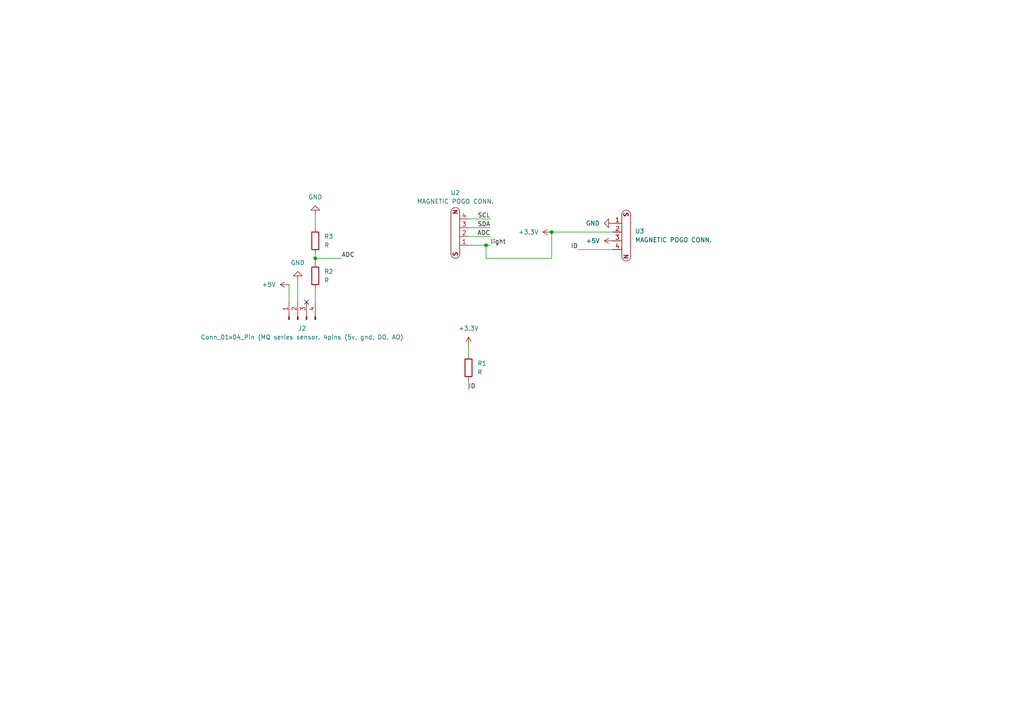
<source format=kicad_sch>
(kicad_sch (version 20250114) (generator "eeschema") (generator_version "9.0")
  (paper "A4")
  (lib_symbols
    (symbol "Connector:Conn_01x04_Pin" (pin_names (offset 1.016) (hide yes))
      (property "Reference" "J" (at 0 5.08 0))
      (property "Value" "Conn_01x04_Pin" (at 0 -7.62 0))
      (symbol "Conn_01x04_Pin_1_1"
        (rectangle (start 0.8636 2.667) (end 0 2.413) (stroke (width 0.1524)) (fill (type outline)))
        (rectangle (start 0.8636 0.127) (end 0 -0.127) (stroke (width 0.1524)) (fill (type outline)))
        (rectangle (start 0.8636 -2.413) (end 0 -2.667) (stroke (width 0.1524)) (fill (type outline)))
        (rectangle (start 0.8636 -4.953) (end 0 -5.207) (stroke (width 0.1524)) (fill (type outline)))
        (polyline (pts (xy 1.27 2.54) (xy 0.8636 2.54)) (stroke (width 0.1524)))
        (polyline (pts (xy 1.27 0) (xy 0.8636 0)) (stroke (width 0.1524)))
        (polyline (pts (xy 1.27 -2.54) (xy 0.8636 -2.54)) (stroke (width 0.1524)))
        (polyline (pts (xy 1.27 -5.08) (xy 0.8636 -5.08)) (stroke (width 0.1524)))
        (pin passive line (at 5.08 2.54 180) (length 3.81) (name "Pin_1") (number "1"))
        (pin passive line (at 5.08 0 180) (length 3.81) (name "Pin_2") (number "2"))
        (pin passive line (at 5.08 -2.54 180) (length 3.81) (name "Pin_3") (number "3"))
        (pin passive line (at 5.08 -5.08 180) (length 3.81) (name "Pin_4") (number "4"))
      )
    )
    (symbol "Device:R" (pin_numbers (hide yes)) (pin_names (offset 0))
      (property "Reference" "R" (at 2.032 0 90))
      (property "Value" "R" (at 0 0 90))
      (symbol "R_0_1"
        (rectangle (start -1.016 -2.54) (end 1.016 2.54) (stroke (width 0.254)))
      )
      (symbol "R_1_1"
        (pin passive line (at 0 3.81 270) (length 1.27) (name "~") (number "1"))
        (pin passive line (at 0 -3.81 90) (length 1.27) (name "~") (number "2"))
      )
    )
    (symbol "magnetic_pogo_conn.:MAGNETIC_POGO_CONN."
      (property "Reference" "U" (at 0.508 4.826 0))
      (property "Value" "MAGNETIC POGO CONN." (at 0.508 2.54 0))
      (symbol "MAGNETIC_POGO_CONN._1_1"
        (rectangle (start -5.08 1.2954) (end 7.112 1.27) (fill (type background)))
        (arc (start -5.08 -1.27) (mid -6.35 0) (end -5.08 1.27))
        (rectangle (start -5.08 -1.2446) (end 7.112 -1.27) (fill (type background)))
        (arc (start 7.112 1.27) (mid 8.382 0) (end 7.112 -1.27))
        (text "S" (at -5.08 0 0) (effects (font (size 1.27 1.27) (thickness 0.254) (bold yes))))
        (text "N" (at 7.112 0 0) (effects (font (size 1.27 1.27) (thickness 0.254) (bold yes))))
        (pin bidirectional line (at -2.54 -3.81 90) (length 2.54) (name "") (number "1"))
        (pin bidirectional line (at 0 -3.81 90) (length 2.54) (name "") (number "2"))
        (pin bidirectional line (at 2.54 -3.81 90) (length 2.54) (name "") (number "3"))
        (pin bidirectional line (at 5.08 -3.81 90) (length 2.54) (name "") (number "4"))
      )
    )
    (symbol "power:+3.3V" (power) (pin_numbers (hide yes)) (pin_names (offset 0) (hide yes))
      (property "Value" "+3.3V" (at 0 3.556 0))
      (symbol "+3.3V_0_1"
        (polyline (pts (xy -0.762 1.27) (xy 0 2.54)))
        (polyline (pts (xy 0 2.54) (xy 0.762 1.27)))
        (polyline (pts (xy 0 0) (xy 0 2.54)))
      )
      (symbol "+3.3V_1_1"
        (pin power_in line (at 0 0 90) (length 0) (name "~") (number "1"))
      )
    )
    (symbol "power:+5V" (power) (pin_numbers (hide yes)) (pin_names (offset 0) (hide yes))
      (property "Value" "+5V" (at 0 3.556 0))
      (symbol "+5V_0_1"
        (polyline (pts (xy -0.762 1.27) (xy 0 2.54)))
        (polyline (pts (xy 0 2.54) (xy 0.762 1.27)))
        (polyline (pts (xy 0 0) (xy 0 2.54)))
      )
      (symbol "+5V_1_1"
        (pin power_in line (at 0 0 90) (length 0) (name "~") (number "1"))
      )
    )
    (symbol "power:GND" (power) (pin_numbers (hide yes)) (pin_names (offset 0) (hide yes))
      (property "Value" "GND" (at 0 -3.81 0))
      (symbol "GND_0_1"
        (polyline (pts (xy 0 0) (xy 0 -1.27) (xy 1.27 -1.27) (xy 0 -2.54) (xy -1.27 -1.27) (xy 0 -1.27)))
      )
      (symbol "GND_1_1"
        (pin power_in line (at 0 0 270) (length 0) (name "~") (number "1"))
      )
    )
  )
  (junction (at 140.97 71.12))
  (junction (at 91.44 74.93))
  (junction (at 160.02 67.31))
  (no_connect (at 88.9 87.63))
  (wire (pts (xy 135.89 113.03) (xy 135.89 110.49)))
  (wire (pts (xy 167.64 72.39) (xy 177.8 72.39)))
  (wire (pts (xy 86.36 81.28) (xy 86.36 87.63)))
  (wire (pts (xy 91.44 62.23) (xy 91.44 66.04)))
  (wire (pts (xy 160.02 67.31) (xy 160.02 74.93)))
  (wire (pts (xy 91.44 83.82) (xy 91.44 87.63)))
  (wire (pts (xy 91.44 74.93) (xy 99.06 74.93)))
  (wire (pts (xy 142.24 63.5) (xy 135.89 63.5)))
  (wire (pts (xy 160.02 74.93) (xy 140.97 74.93)))
  (wire (pts (xy 140.97 74.93) (xy 140.97 71.12)))
  (wire (pts (xy 83.82 82.55) (xy 83.82 87.63)))
  (wire (pts (xy 142.24 66.04) (xy 135.89 66.04)))
  (wire (pts (xy 91.44 74.93) (xy 91.44 76.2)))
  (wire (pts (xy 135.89 100.33) (xy 135.89 102.87)))
  (wire (pts (xy 91.44 73.66) (xy 91.44 74.93)))
  (wire (pts (xy 142.24 68.58) (xy 135.89 68.58)))
  (wire (pts (xy 135.89 71.12) (xy 140.97 71.12)))
  (wire (pts (xy 140.97 71.12) (xy 142.24 71.12)))
  (wire (pts (xy 160.02 67.31) (xy 177.8 67.31)))
  (label "light" (at 142.24 71.12 0))
  (label "ID" (at 167.64 72.39 180))
  (label "ADC" (at 99.06 74.93 0))
  (label "SDA" (at 142.24 66.04 180))
  (label "ID" (at 135.89 113.03 0))
  (label "SCL" (at 142.24 63.5 180))
  (label "ADC" (at 142.24 68.58 180))
  (symbol (lib_id "power:+3.3V") (at 160.02 67.31 90) (unit 1)
    (property "Reference" "#PWR08" (effects (hide yes)))
    (property "Value" "+3.3V" (at 156.21 67.3099 90) (effects (justify left)))
    (property "Description" "Power symbol creates a global label with name \"+3.3V\"" (effects (hide yes)))
  )
  (symbol (lib_id "power:GND") (at 177.8 64.77 270) (unit 1)
    (property "Reference" "#PWR010" (effects (hide yes)))
    (property "Value" "GND" (at 173.99 64.7699 90) (effects (justify right)))
    (property "Description" "Power symbol creates a global label with name \"GND\" , ground" (effects (hide yes)))
  )
  (symbol (lib_id "Device:R") (at 91.44 69.85 0) (unit 1)
    (property "Reference" "R3" (at 93.98 68.5799 0) (effects (justify left)))
    (property "Value" "R" (at 93.98 71.1199 0) (effects (justify left)))
    (property "Footprint" "Resistor_SMD:R_0805_2012Metric" (effects (hide yes)))
    (property "Description" "Resistor" (effects (hide yes)))
  )
  (symbol (lib_id "power:+3.3V") (at 135.89 100.33 0) (unit 1)
    (property "Reference" "#PWR02" (effects (hide yes)))
    (property "Value" "+3.3V" (at 135.89 95.25 0))
    (property "Description" "Power symbol creates a global label with name \"+3.3V\"" (effects (hide yes)))
  )
  (symbol (lib_id "magnetic_pogo_conn.:MAGNETIC_POGO_CONN.") (at 181.61 67.31 270) (unit 1)
    (property "Reference" "U3" (at 184.15 67.0559 90) (effects (justify left)))
    (property "Value" "MAGNETIC POGO CONN." (at 184.15 69.5959 90) (effects (justify left)))
    (property "Footprint" "batteryholder:MAGNETIC POGO CONN." (effects (hide yes)))
  )
  (symbol (lib_id "magnetic_pogo_conn.:MAGNETIC_POGO_CONN.") (at 132.08 68.58 90) (unit 1)
    (property "Reference" "U2" (at 132.0673 55.88 90))
    (property "Value" "MAGNETIC POGO CONN." (at 132.0673 58.42 90))
    (property "Footprint" "batteryholder:MAGNETIC POGO CONN." (effects (hide yes)))
  )
  (symbol (lib_id "Connector:Conn_01x04_Pin") (at 86.36 92.71 90) (unit 1)
    (property "Reference" "J2" (at 87.63 95.25 90))
    (property "Value" "Conn_01x04_Pin (MQ series sensor. 4pins (5v, gnd, DO, AO)" (at 87.63 97.79 90))
    (property "Footprint" "Connector_PinHeader_2.54mm:PinHeader_1x04_P2.54mm_Vertical" (effects (hide yes)))
    (property "Description" "Generic connector, single row, 01x04, script generated" (effects (hide yes)))
  )
  (symbol (lib_id "Device:R") (at 91.44 80.01 0) (unit 1)
    (property "Reference" "R2" (at 93.98 78.7399 0) (effects (justify left)))
    (property "Value" "R" (at 93.98 81.2799 0) (effects (justify left)))
    (property "Footprint" "Resistor_SMD:R_0805_2012Metric" (effects (hide yes)))
    (property "Description" "Resistor" (effects (hide yes)))
  )
  (symbol (lib_id "power:GND") (at 91.44 62.23 180) (unit 1)
    (property "Reference" "#PWR05" (effects (hide yes)))
    (property "Value" "GND" (at 91.44 57.15 0))
    (property "Description" "Power symbol creates a global label with name \"GND\" , ground" (effects (hide yes)))
  )
  (symbol (lib_id "power:+5V") (at 83.82 82.55 90) (unit 1)
    (property "Reference" "#PWR03" (effects (hide yes)))
    (property "Value" "+5V" (at 80.01 82.5499 90) (effects (justify left)))
    (property "Description" "Power symbol creates a global label with name \"+5V\"" (effects (hide yes)))
  )
  (symbol (lib_id "power:+5V") (at 177.8 69.85 90) (unit 1)
    (property "Reference" "#PWR012" (effects (hide yes)))
    (property "Value" "+5V" (at 173.99 69.8499 90) (effects (justify left)))
    (property "Description" "Power symbol creates a global label with name \"+5V\"" (effects (hide yes)))
  )
  (symbol (lib_id "Device:R") (at 135.89 106.68 0) (unit 1)
    (property "Reference" "R1" (at 138.43 105.4099 0) (effects (justify left)))
    (property "Value" "R" (at 138.43 107.9499 0) (effects (justify left)))
    (property "Footprint" "Resistor_SMD:R_0805_2012Metric" (effects (hide yes)))
    (property "Description" "Resistor" (effects (hide yes)))
  )
  (symbol (lib_id "power:GND") (at 86.36 81.28 180) (unit 1)
    (property "Reference" "#PWR01" (effects (hide yes)))
    (property "Value" "GND" (at 86.36 76.2 0))
    (property "Description" "Power symbol creates a global label with name \"GND\" , ground" (effects (hide yes)))
  )
)
</source>
